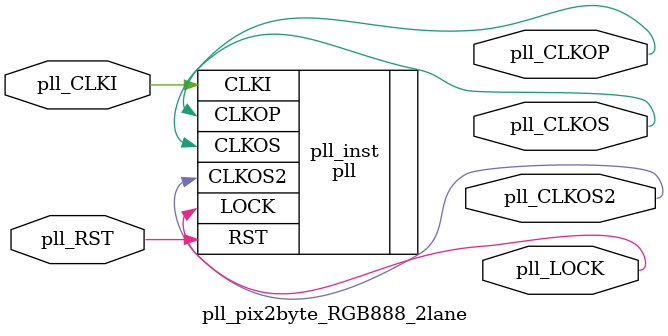
<source format=v>
/* synthesis translate_off*/
`define SBP_SIMULATION
/* synthesis translate_on*/
`ifndef SBP_SIMULATION
`define SBP_SYNTHESIS
`endif

//
// Verific Verilog Description of module pll_pix2byte_RGB888_2lane
//
module pll_pix2byte_RGB888_2lane (pll_CLKI, pll_CLKOP, pll_CLKOS, pll_CLKOS2, 
            pll_LOCK, pll_RST) /* synthesis sbp_module=true */ ;
    input pll_CLKI;
    output pll_CLKOP;
    output pll_CLKOS;
    output pll_CLKOS2;
    output pll_LOCK;
    input pll_RST;
    
    
    pll pll_inst (.CLKI(pll_CLKI), .CLKOP(pll_CLKOP), .CLKOS(pll_CLKOS), 
        .CLKOS2(pll_CLKOS2), .LOCK(pll_LOCK), .RST(pll_RST));
    
endmodule


//
// Verific Verilog Description of module pll
//
// Black Box Module Declaration for Synthesis flow only. 
//

`ifdef SBP_SYNTHESIS
module pll (CLKI, CLKOP, CLKOS, CLKOS2, LOCK, RST) /* synthesis syn_black_box=true */ ;
    input CLKI;
    output CLKOP;
    output CLKOS;
    output CLKOS2;
    output LOCK;
    input RST;
    
    
    
endmodule

`endif


</source>
